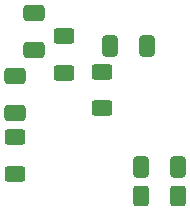
<source format=gbr>
%TF.GenerationSoftware,KiCad,Pcbnew,8.99.0-unknown-f907b58d17~178~ubuntu22.04.1*%
%TF.CreationDate,2024-06-08T22:31:25+05:30*%
%TF.ProjectId,HF-Pre-Amp,48462d50-7265-42d4-916d-702e6b696361,rev?*%
%TF.SameCoordinates,Original*%
%TF.FileFunction,Paste,Top*%
%TF.FilePolarity,Positive*%
%FSLAX46Y46*%
G04 Gerber Fmt 4.6, Leading zero omitted, Abs format (unit mm)*
G04 Created by KiCad (PCBNEW 8.99.0-unknown-f907b58d17~178~ubuntu22.04.1) date 2024-06-08 22:31:25*
%MOMM*%
%LPD*%
G01*
G04 APERTURE LIST*
G04 Aperture macros list*
%AMRoundRect*
0 Rectangle with rounded corners*
0 $1 Rounding radius*
0 $2 $3 $4 $5 $6 $7 $8 $9 X,Y pos of 4 corners*
0 Add a 4 corners polygon primitive as box body*
4,1,4,$2,$3,$4,$5,$6,$7,$8,$9,$2,$3,0*
0 Add four circle primitives for the rounded corners*
1,1,$1+$1,$2,$3*
1,1,$1+$1,$4,$5*
1,1,$1+$1,$6,$7*
1,1,$1+$1,$8,$9*
0 Add four rect primitives between the rounded corners*
20,1,$1+$1,$2,$3,$4,$5,0*
20,1,$1+$1,$4,$5,$6,$7,0*
20,1,$1+$1,$6,$7,$8,$9,0*
20,1,$1+$1,$8,$9,$2,$3,0*%
G04 Aperture macros list end*
%ADD10RoundRect,0.250000X-0.412500X-0.650000X0.412500X-0.650000X0.412500X0.650000X-0.412500X0.650000X0*%
%ADD11RoundRect,0.250000X-0.400000X-0.625000X0.400000X-0.625000X0.400000X0.625000X-0.400000X0.625000X0*%
%ADD12RoundRect,0.250000X-0.650000X0.412500X-0.650000X-0.412500X0.650000X-0.412500X0.650000X0.412500X0*%
%ADD13RoundRect,0.250000X-0.625000X0.400000X-0.625000X-0.400000X0.625000X-0.400000X0.625000X0.400000X0*%
%ADD14RoundRect,0.250000X0.625000X-0.400000X0.625000X0.400000X-0.625000X0.400000X-0.625000X-0.400000X0*%
G04 APERTURE END LIST*
D10*
%TO.C,C2*%
X99677500Y-100500000D03*
X102802500Y-100500000D03*
%TD*%
D11*
%TO.C,R2*%
X102310000Y-113190000D03*
X105410000Y-113190000D03*
%TD*%
D12*
%TO.C,C1*%
X91630000Y-103040000D03*
X91630000Y-106165000D03*
%TD*%
D13*
%TO.C,R5*%
X95730000Y-99680000D03*
X95730000Y-102780000D03*
%TD*%
D10*
%TO.C,C5*%
X102317500Y-110760000D03*
X105442500Y-110760000D03*
%TD*%
D12*
%TO.C,C4*%
X93210000Y-97730000D03*
X93210000Y-100855000D03*
%TD*%
D13*
%TO.C,R3*%
X98960000Y-102680000D03*
X98960000Y-105780000D03*
%TD*%
D14*
%TO.C,R4*%
X91640000Y-111320000D03*
X91640000Y-108220000D03*
%TD*%
M02*

</source>
